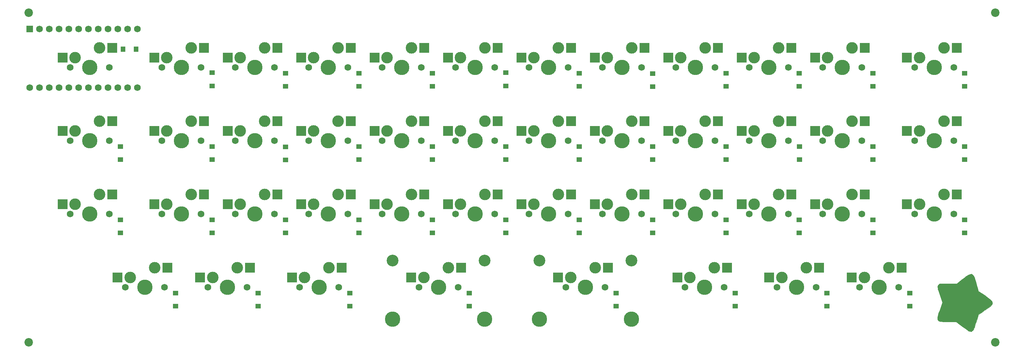
<source format=gbr>
G04 #@! TF.GenerationSoftware,KiCad,Pcbnew,5.1.10-88a1d61d58~88~ubuntu18.04.1*
G04 #@! TF.CreationDate,2022-03-10T08:37:22-06:00*
G04 #@! TF.ProjectId,keyboard,6b657962-6f61-4726-942e-6b696361645f,rev?*
G04 #@! TF.SameCoordinates,Original*
G04 #@! TF.FileFunction,Soldermask,Bot*
G04 #@! TF.FilePolarity,Negative*
%FSLAX46Y46*%
G04 Gerber Fmt 4.6, Leading zero omitted, Abs format (unit mm)*
G04 Created by KiCad (PCBNEW 5.1.10-88a1d61d58~88~ubuntu18.04.1) date 2022-03-10 08:37:22*
%MOMM*%
%LPD*%
G01*
G04 APERTURE LIST*
%ADD10C,0.010000*%
%ADD11C,2.200000*%
%ADD12R,2.550000X2.500000*%
%ADD13C,1.750000*%
%ADD14C,3.000000*%
%ADD15C,3.987800*%
%ADD16C,3.048000*%
%ADD17C,1.752600*%
%ADD18R,1.752600X1.752600*%
%ADD19R,1.400000X1.200000*%
%ADD20R,1.200000X1.400000*%
G04 APERTURE END LIST*
D10*
G36*
X235157805Y-55307003D02*
G01*
X235381630Y-55447133D01*
X235482472Y-55531091D01*
X235605814Y-55667488D01*
X235726034Y-55855379D01*
X235849323Y-56111699D01*
X235981870Y-56453384D01*
X236129867Y-56897371D01*
X236299502Y-57460595D01*
X236496967Y-58159994D01*
X236654643Y-58738098D01*
X236921597Y-59726896D01*
X238200523Y-60600765D01*
X238826484Y-61032085D01*
X239324787Y-61385036D01*
X239710502Y-61672364D01*
X239998700Y-61906814D01*
X240204453Y-62101134D01*
X240342831Y-62268070D01*
X240428905Y-62420368D01*
X240462987Y-62514291D01*
X240509268Y-62717401D01*
X240512924Y-62904988D01*
X240461928Y-63089475D01*
X240344254Y-63283283D01*
X240147876Y-63498836D01*
X239860768Y-63748556D01*
X239470904Y-64044866D01*
X238966258Y-64400189D01*
X238334804Y-64826947D01*
X238024002Y-65033715D01*
X236900538Y-65778838D01*
X236684703Y-66505402D01*
X236441702Y-67318633D01*
X236238516Y-67985450D01*
X236068976Y-68522409D01*
X235926911Y-68946066D01*
X235806150Y-69272977D01*
X235700522Y-69519697D01*
X235603856Y-69702782D01*
X235509983Y-69838788D01*
X235412730Y-69944271D01*
X235397746Y-69958230D01*
X235212183Y-70117658D01*
X235079795Y-70212067D01*
X235045754Y-70224084D01*
X234937622Y-70205727D01*
X234734966Y-70178681D01*
X234704560Y-70174963D01*
X234525801Y-70128176D01*
X234294731Y-70019738D01*
X233997807Y-69840557D01*
X233621487Y-69581537D01*
X233152228Y-69233586D01*
X232576487Y-68787610D01*
X232228245Y-68512130D01*
X231151024Y-67655300D01*
X229010912Y-67655300D01*
X228292331Y-67653765D01*
X227723697Y-67646076D01*
X227285630Y-67627609D01*
X226958749Y-67593739D01*
X226723675Y-67539840D01*
X226561027Y-67461288D01*
X226451426Y-67353458D01*
X226375491Y-67211724D01*
X226313844Y-67031463D01*
X226307415Y-67010125D01*
X226272337Y-66853453D01*
X226263355Y-66679694D01*
X226285672Y-66468717D01*
X226344491Y-66200388D01*
X226445015Y-65854573D01*
X226592446Y-65411140D01*
X226791988Y-64849955D01*
X227040497Y-64173398D01*
X227581269Y-62714311D01*
X226950867Y-60871337D01*
X226718127Y-60180691D01*
X226542420Y-59628058D01*
X226421001Y-59193024D01*
X226351124Y-58855172D01*
X226330043Y-58594086D01*
X226355013Y-58389349D01*
X226423288Y-58220546D01*
X226532122Y-58067261D01*
X226568179Y-58025803D01*
X226815891Y-57749300D01*
X231273466Y-57749300D01*
X232618717Y-56707605D01*
X233251167Y-56226692D01*
X233771325Y-55851741D01*
X234192150Y-55574761D01*
X234526602Y-55387759D01*
X234787640Y-55282741D01*
X234979440Y-55251634D01*
X235157805Y-55307003D01*
G37*
X235157805Y-55307003D02*
X235381630Y-55447133D01*
X235482472Y-55531091D01*
X235605814Y-55667488D01*
X235726034Y-55855379D01*
X235849323Y-56111699D01*
X235981870Y-56453384D01*
X236129867Y-56897371D01*
X236299502Y-57460595D01*
X236496967Y-58159994D01*
X236654643Y-58738098D01*
X236921597Y-59726896D01*
X238200523Y-60600765D01*
X238826484Y-61032085D01*
X239324787Y-61385036D01*
X239710502Y-61672364D01*
X239998700Y-61906814D01*
X240204453Y-62101134D01*
X240342831Y-62268070D01*
X240428905Y-62420368D01*
X240462987Y-62514291D01*
X240509268Y-62717401D01*
X240512924Y-62904988D01*
X240461928Y-63089475D01*
X240344254Y-63283283D01*
X240147876Y-63498836D01*
X239860768Y-63748556D01*
X239470904Y-64044866D01*
X238966258Y-64400189D01*
X238334804Y-64826947D01*
X238024002Y-65033715D01*
X236900538Y-65778838D01*
X236684703Y-66505402D01*
X236441702Y-67318633D01*
X236238516Y-67985450D01*
X236068976Y-68522409D01*
X235926911Y-68946066D01*
X235806150Y-69272977D01*
X235700522Y-69519697D01*
X235603856Y-69702782D01*
X235509983Y-69838788D01*
X235412730Y-69944271D01*
X235397746Y-69958230D01*
X235212183Y-70117658D01*
X235079795Y-70212067D01*
X235045754Y-70224084D01*
X234937622Y-70205727D01*
X234734966Y-70178681D01*
X234704560Y-70174963D01*
X234525801Y-70128176D01*
X234294731Y-70019738D01*
X233997807Y-69840557D01*
X233621487Y-69581537D01*
X233152228Y-69233586D01*
X232576487Y-68787610D01*
X232228245Y-68512130D01*
X231151024Y-67655300D01*
X229010912Y-67655300D01*
X228292331Y-67653765D01*
X227723697Y-67646076D01*
X227285630Y-67627609D01*
X226958749Y-67593739D01*
X226723675Y-67539840D01*
X226561027Y-67461288D01*
X226451426Y-67353458D01*
X226375491Y-67211724D01*
X226313844Y-67031463D01*
X226307415Y-67010125D01*
X226272337Y-66853453D01*
X226263355Y-66679694D01*
X226285672Y-66468717D01*
X226344491Y-66200388D01*
X226445015Y-65854573D01*
X226592446Y-65411140D01*
X226791988Y-64849955D01*
X227040497Y-64173398D01*
X227581269Y-62714311D01*
X226950867Y-60871337D01*
X226718127Y-60180691D01*
X226542420Y-59628058D01*
X226421001Y-59193024D01*
X226351124Y-58855172D01*
X226330043Y-58594086D01*
X226355013Y-58389349D01*
X226423288Y-58220546D01*
X226532122Y-58067261D01*
X226568179Y-58025803D01*
X226815891Y-57749300D01*
X231273466Y-57749300D01*
X232618717Y-56707605D01*
X233251167Y-56226692D01*
X233771325Y-55851741D01*
X234192150Y-55574761D01*
X234526602Y-55387759D01*
X234787640Y-55282741D01*
X234979440Y-55251634D01*
X235157805Y-55307003D01*
D11*
X241284800Y-73020400D03*
X241284800Y12699200D03*
X-9524400Y-73020400D03*
X-9524400Y12699200D03*
D12*
X195536300Y-53653800D03*
X182609300Y-56193800D03*
D13*
X194774300Y-58733800D03*
X184614300Y-58733800D03*
D14*
X185884300Y-56193800D03*
D15*
X189694300Y-58733800D03*
D14*
X192234300Y-53653800D03*
D12*
X47908100Y-53653800D03*
X34981100Y-56193800D03*
D13*
X47146100Y-58733800D03*
X36986100Y-58733800D03*
D14*
X38256100Y-56193800D03*
D15*
X42066100Y-58733800D03*
D14*
X44606100Y-53653800D03*
D12*
X171725300Y-53653800D03*
X158798300Y-56193800D03*
D13*
X170963300Y-58733800D03*
X160803300Y-58733800D03*
D14*
X162073300Y-56193800D03*
D15*
X165883300Y-58733800D03*
D14*
X168423300Y-53653800D03*
D12*
X71719100Y-53653800D03*
X58792100Y-56193800D03*
D13*
X70957100Y-58733800D03*
X60797100Y-58733800D03*
D14*
X62067100Y-56193800D03*
D15*
X65877100Y-58733800D03*
D14*
X68417100Y-53653800D03*
D12*
X216966200Y-53653800D03*
X204039200Y-56193800D03*
D13*
X216204200Y-58733800D03*
X206044200Y-58733800D03*
D14*
X207314200Y-56193800D03*
D15*
X211124200Y-58733800D03*
D14*
X213664200Y-53653800D03*
D15*
X122991000Y-66988800D03*
X146867000Y-66988800D03*
D16*
X122991000Y-51748800D03*
X146867000Y-51748800D03*
D12*
X140771000Y-53653800D03*
X127844000Y-56193800D03*
D13*
X140009000Y-58733800D03*
X129849000Y-58733800D03*
D14*
X131119000Y-56193800D03*
D15*
X134929000Y-58733800D03*
D14*
X137469000Y-53653800D03*
D15*
X84893400Y-66988800D03*
X108769400Y-66988800D03*
D16*
X84893400Y-51748800D03*
X108769400Y-51748800D03*
D12*
X102673400Y-53653800D03*
X89746400Y-56193800D03*
D13*
X101911400Y-58733800D03*
X91751400Y-58733800D03*
D14*
X93021400Y-56193800D03*
D15*
X96831400Y-58733800D03*
D14*
X99371400Y-53653800D03*
D12*
X26478200Y-53653800D03*
X13551200Y-56193800D03*
D13*
X25716200Y-58733800D03*
X15556200Y-58733800D03*
D14*
X16826200Y-56193800D03*
D15*
X20636200Y-58733800D03*
D14*
X23176200Y-53653800D03*
D12*
X112197800Y-34605000D03*
X99270800Y-37145000D03*
D13*
X111435800Y-39685000D03*
X101275800Y-39685000D03*
D14*
X102545800Y-37145000D03*
D15*
X106355800Y-39685000D03*
D14*
X108895800Y-34605000D03*
D12*
X55051400Y-34605000D03*
X42124400Y-37145000D03*
D13*
X54289400Y-39685000D03*
X44129400Y-39685000D03*
D14*
X45399400Y-37145000D03*
D15*
X49209400Y-39685000D03*
D14*
X51749400Y-34605000D03*
D12*
X131246600Y-34605000D03*
X118319600Y-37145000D03*
D13*
X130484600Y-39685000D03*
X120324600Y-39685000D03*
D14*
X121594600Y-37145000D03*
D15*
X125404600Y-39685000D03*
D14*
X127944600Y-34605000D03*
D12*
X36002600Y-34605000D03*
X23075600Y-37145000D03*
D13*
X35240600Y-39685000D03*
X25080600Y-39685000D03*
D14*
X26350600Y-37145000D03*
D15*
X30160600Y-39685000D03*
D14*
X32700600Y-34605000D03*
D12*
X150295400Y-34605000D03*
X137368400Y-37145000D03*
D13*
X149533400Y-39685000D03*
X139373400Y-39685000D03*
D14*
X140643400Y-37145000D03*
D15*
X144453400Y-39685000D03*
D14*
X146993400Y-34605000D03*
D12*
X12191600Y-34605000D03*
X-735400Y-37145000D03*
D13*
X11429600Y-39685000D03*
X1269600Y-39685000D03*
D14*
X2539600Y-37145000D03*
D15*
X6349600Y-39685000D03*
D14*
X8889600Y-34605000D03*
D12*
X169344200Y-34605000D03*
X156417200Y-37145000D03*
D13*
X168582200Y-39685000D03*
X158422200Y-39685000D03*
D14*
X159692200Y-37145000D03*
D15*
X163502200Y-39685000D03*
D14*
X166042200Y-34605000D03*
D12*
X74100200Y-34605000D03*
X61173200Y-37145000D03*
D13*
X73338200Y-39685000D03*
X63178200Y-39685000D03*
D14*
X64448200Y-37145000D03*
D15*
X68258200Y-39685000D03*
D14*
X70798200Y-34605000D03*
D12*
X188393000Y-34605000D03*
X175466000Y-37145000D03*
D13*
X187631000Y-39685000D03*
X177471000Y-39685000D03*
D14*
X178741000Y-37145000D03*
D15*
X182551000Y-39685000D03*
D14*
X185091000Y-34605000D03*
D12*
X231252800Y-34605000D03*
X218325800Y-37145000D03*
D13*
X230490800Y-39685000D03*
X220330800Y-39685000D03*
D14*
X221600800Y-37145000D03*
D15*
X225410800Y-39685000D03*
D14*
X227950800Y-34605000D03*
D12*
X93149000Y-34605000D03*
X80222000Y-37145000D03*
D13*
X92387000Y-39685000D03*
X82227000Y-39685000D03*
D14*
X83497000Y-37145000D03*
D15*
X87307000Y-39685000D03*
D14*
X89847000Y-34605000D03*
D12*
X207441800Y-34605000D03*
X194514800Y-37145000D03*
D13*
X206679800Y-39685000D03*
X196519800Y-39685000D03*
D14*
X197789800Y-37145000D03*
D15*
X201599800Y-39685000D03*
D14*
X204139800Y-34605000D03*
D12*
X188393000Y-15556200D03*
X175466000Y-18096200D03*
D13*
X187631000Y-20636200D03*
X177471000Y-20636200D03*
D14*
X178741000Y-18096200D03*
D15*
X182551000Y-20636200D03*
D14*
X185091000Y-15556200D03*
D12*
X169344200Y-15556200D03*
X156417200Y-18096200D03*
D13*
X168582200Y-20636200D03*
X158422200Y-20636200D03*
D14*
X159692200Y-18096200D03*
D15*
X163502200Y-20636200D03*
D14*
X166042200Y-15556200D03*
D12*
X231252800Y-15556200D03*
X218325800Y-18096200D03*
D13*
X230490800Y-20636200D03*
X220330800Y-20636200D03*
D14*
X221600800Y-18096200D03*
D15*
X225410800Y-20636200D03*
D14*
X227950800Y-15556200D03*
D12*
X131246600Y-15556200D03*
X118319600Y-18096200D03*
D13*
X130484600Y-20636200D03*
X120324600Y-20636200D03*
D14*
X121594600Y-18096200D03*
D15*
X125404600Y-20636200D03*
D14*
X127944600Y-15556200D03*
D12*
X112197800Y-15556200D03*
X99270800Y-18096200D03*
D13*
X111435800Y-20636200D03*
X101275800Y-20636200D03*
D14*
X102545800Y-18096200D03*
D15*
X106355800Y-20636200D03*
D14*
X108895800Y-15556200D03*
D12*
X93149000Y-15556200D03*
X80222000Y-18096200D03*
D13*
X92387000Y-20636200D03*
X82227000Y-20636200D03*
D14*
X83497000Y-18096200D03*
D15*
X87307000Y-20636200D03*
D14*
X89847000Y-15556200D03*
D12*
X74100200Y-15556200D03*
X61173200Y-18096200D03*
D13*
X73338200Y-20636200D03*
X63178200Y-20636200D03*
D14*
X64448200Y-18096200D03*
D15*
X68258200Y-20636200D03*
D14*
X70798200Y-15556200D03*
D12*
X55051400Y-15556200D03*
X42124400Y-18096200D03*
D13*
X54289400Y-20636200D03*
X44129400Y-20636200D03*
D14*
X45399400Y-18096200D03*
D15*
X49209400Y-20636200D03*
D14*
X51749400Y-15556200D03*
D12*
X36002600Y-15556200D03*
X23075600Y-18096200D03*
D13*
X35240600Y-20636200D03*
X25080600Y-20636200D03*
D14*
X26350600Y-18096200D03*
D15*
X30160600Y-20636200D03*
D14*
X32700600Y-15556200D03*
D12*
X12191600Y-15556200D03*
X-735400Y-18096200D03*
D13*
X11429600Y-20636200D03*
X1269600Y-20636200D03*
D14*
X2539600Y-18096200D03*
D15*
X6349600Y-20636200D03*
D14*
X8889600Y-15556200D03*
D12*
X150295400Y-15556200D03*
X137368400Y-18096200D03*
D13*
X149533400Y-20636200D03*
X139373400Y-20636200D03*
D14*
X140643400Y-18096200D03*
D15*
X144453400Y-20636200D03*
D14*
X146993400Y-15556200D03*
D12*
X207441800Y-15556200D03*
X194514800Y-18096200D03*
D13*
X206679800Y-20636200D03*
X196519800Y-20636200D03*
D14*
X197789800Y-18096200D03*
D15*
X201599800Y-20636200D03*
D14*
X204139800Y-15556200D03*
D12*
X12191600Y3492600D03*
X-735400Y952600D03*
D13*
X11429600Y-1587400D03*
X1269600Y-1587400D03*
D14*
X2539600Y952600D03*
D15*
X6349600Y-1587400D03*
D14*
X8889600Y3492600D03*
D12*
X36002600Y3492600D03*
X23075600Y952600D03*
D13*
X35240600Y-1587400D03*
X25080600Y-1587400D03*
D14*
X26350600Y952600D03*
D15*
X30160600Y-1587400D03*
D14*
X32700600Y3492600D03*
D12*
X55051400Y3492600D03*
X42124400Y952600D03*
D13*
X54289400Y-1587400D03*
X44129400Y-1587400D03*
D14*
X45399400Y952600D03*
D15*
X49209400Y-1587400D03*
D14*
X51749400Y3492600D03*
D12*
X74100200Y3492600D03*
X61173200Y952600D03*
D13*
X73338200Y-1587400D03*
X63178200Y-1587400D03*
D14*
X64448200Y952600D03*
D15*
X68258200Y-1587400D03*
D14*
X70798200Y3492600D03*
D12*
X93149000Y3492600D03*
X80222000Y952600D03*
D13*
X92387000Y-1587400D03*
X82227000Y-1587400D03*
D14*
X83497000Y952600D03*
D15*
X87307000Y-1587400D03*
D14*
X89847000Y3492600D03*
D12*
X112197800Y3492600D03*
X99270800Y952600D03*
D13*
X111435800Y-1587400D03*
X101275800Y-1587400D03*
D14*
X102545800Y952600D03*
D15*
X106355800Y-1587400D03*
D14*
X108895800Y3492600D03*
D12*
X131246600Y3492600D03*
X118319600Y952600D03*
D13*
X130484600Y-1587400D03*
X120324600Y-1587400D03*
D14*
X121594600Y952600D03*
D15*
X125404600Y-1587400D03*
D14*
X127944600Y3492600D03*
D12*
X150295400Y3492600D03*
X137368400Y952600D03*
D13*
X149533400Y-1587400D03*
X139373400Y-1587400D03*
D14*
X140643400Y952600D03*
D15*
X144453400Y-1587400D03*
D14*
X146993400Y3492600D03*
D12*
X169344200Y3492600D03*
X156417200Y952600D03*
D13*
X168582200Y-1587400D03*
X158422200Y-1587400D03*
D14*
X159692200Y952600D03*
D15*
X163502200Y-1587400D03*
D14*
X166042200Y3492600D03*
D12*
X188393000Y3492600D03*
X175466000Y952600D03*
D13*
X187631000Y-1587400D03*
X177471000Y-1587400D03*
D14*
X178741000Y952600D03*
D15*
X182551000Y-1587400D03*
D14*
X185091000Y3492600D03*
D12*
X207441800Y3492600D03*
X194514800Y952600D03*
D13*
X206679800Y-1587400D03*
X196519800Y-1587400D03*
D14*
X197789800Y952600D03*
D15*
X201599800Y-1587400D03*
D14*
X204139800Y3492600D03*
D12*
X231252800Y3492600D03*
X218325800Y952600D03*
D13*
X230490800Y-1587400D03*
X220330800Y-1587400D03*
D14*
X221600800Y952600D03*
D15*
X225410800Y-1587400D03*
D14*
X227950800Y3492600D03*
D17*
X-9208200Y-6826300D03*
X18731800Y8413700D03*
X-6668200Y-6826300D03*
X-4128200Y-6826300D03*
X-1588200Y-6826300D03*
X951800Y-6826300D03*
X3491800Y-6826300D03*
X6031800Y-6826300D03*
X8571800Y-6826300D03*
X11111800Y-6826300D03*
X13651800Y-6826300D03*
X16191800Y-6826300D03*
X18731800Y-6826300D03*
X16191800Y8413700D03*
X13651800Y8413700D03*
X11111800Y8413700D03*
X8571800Y8413700D03*
X6031800Y8413700D03*
X3491800Y8413700D03*
X951800Y8413700D03*
X-1588200Y8413700D03*
X-4128200Y8413700D03*
X-6668200Y8413700D03*
D18*
X-9208200Y8413700D03*
D19*
X50003100Y-63608600D03*
X50003100Y-60208600D03*
X219061200Y-63608600D03*
X219061200Y-60208600D03*
X197631300Y-63608600D03*
X197631300Y-60208600D03*
X173820300Y-63608600D03*
X173820300Y-60208600D03*
X142866000Y-63608600D03*
X142866000Y-60208600D03*
X104768400Y-63608600D03*
X104768400Y-60208600D03*
X28573200Y-63608600D03*
X28573200Y-60208600D03*
X73814100Y-63608600D03*
X73814100Y-60208600D03*
X95244000Y-44559800D03*
X95244000Y-41159800D03*
X76195200Y-44559800D03*
X76195200Y-41159800D03*
X114292800Y-44559800D03*
X114292800Y-41159800D03*
X57146400Y-44559800D03*
X57146400Y-41159800D03*
X133341600Y-44559800D03*
X133341600Y-41159800D03*
X233347800Y-44559800D03*
X233347800Y-41159800D03*
X38097600Y-44559800D03*
X38097600Y-41159800D03*
X152390400Y-44559800D03*
X152390400Y-41159800D03*
X14286600Y-44559800D03*
X14286600Y-41159800D03*
X209536800Y-44559800D03*
X209536800Y-41159800D03*
X171439200Y-44559800D03*
X171439200Y-41159800D03*
X190375400Y-44559800D03*
X190375400Y-41159800D03*
X233347800Y-25511000D03*
X233347800Y-22111000D03*
X209536800Y-25511000D03*
X209536800Y-22111000D03*
X133341600Y-25511000D03*
X133341600Y-22111000D03*
X190488000Y-25511000D03*
X190488000Y-22111000D03*
X95244000Y-25511000D03*
X95244000Y-22111000D03*
X14286600Y-25511000D03*
X14286600Y-22111000D03*
X38097600Y-25511000D03*
X38097600Y-22111000D03*
X152390400Y-25511000D03*
X152390400Y-22111000D03*
X171439200Y-25511000D03*
X171439200Y-22111000D03*
X114292800Y-25511000D03*
X114292800Y-22111000D03*
X57146400Y-25623600D03*
X57146400Y-22223600D03*
X76195200Y-25511000D03*
X76195200Y-22111000D03*
D20*
X18367700Y3174800D03*
X14967700Y3174800D03*
D19*
X38097600Y-6349600D03*
X38097600Y-2949600D03*
X57146400Y-6462200D03*
X57146400Y-3062200D03*
X76195200Y-6462200D03*
X76195200Y-3062200D03*
X95244000Y-6462200D03*
X95244000Y-3062200D03*
X133341600Y-6462200D03*
X133341600Y-3062200D03*
X152390400Y-6574800D03*
X152390400Y-3174800D03*
X171439200Y-6462200D03*
X171439200Y-3062200D03*
X190375400Y-6462200D03*
X190375400Y-3062200D03*
X233347800Y-6462200D03*
X233347800Y-3062200D03*
X209536800Y-6462200D03*
X209536800Y-3062200D03*
X114292800Y-6349600D03*
X114292800Y-2949600D03*
M02*

</source>
